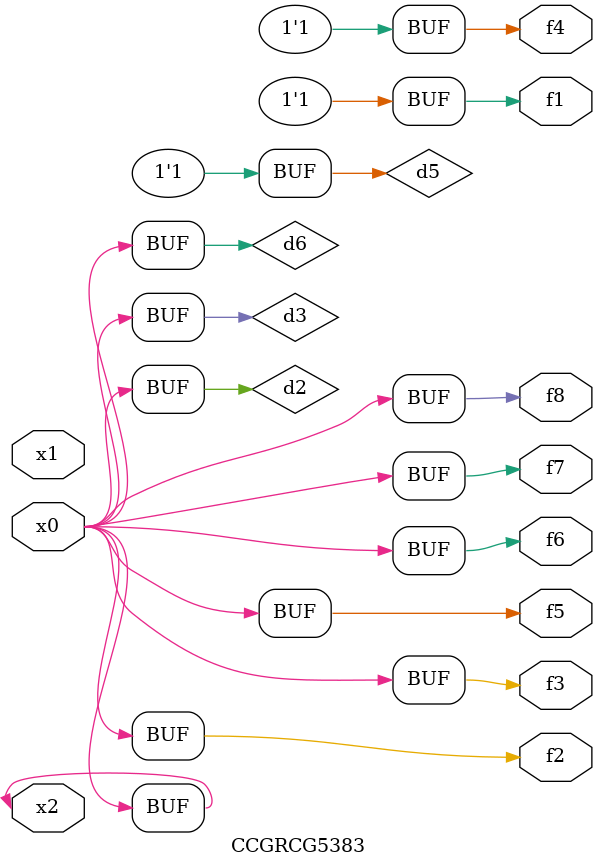
<source format=v>
module CCGRCG5383(
	input x0, x1, x2,
	output f1, f2, f3, f4, f5, f6, f7, f8
);

	wire d1, d2, d3, d4, d5, d6;

	xnor (d1, x2);
	buf (d2, x0, x2);
	and (d3, x0);
	xnor (d4, x1, x2);
	nand (d5, d1, d3);
	buf (d6, d2, d3);
	assign f1 = d5;
	assign f2 = d6;
	assign f3 = d6;
	assign f4 = d5;
	assign f5 = d6;
	assign f6 = d6;
	assign f7 = d6;
	assign f8 = d6;
endmodule

</source>
